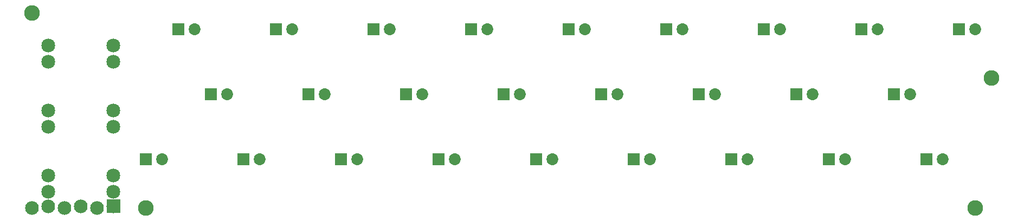
<source format=gts>
G04 MADE WITH FRITZING*
G04 WWW.FRITZING.ORG*
G04 DOUBLE SIDED*
G04 HOLES PLATED*
G04 CONTOUR ON CENTER OF CONTOUR VECTOR*
%ASAXBY*%
%FSLAX23Y23*%
%MOIN*%
%OFA0B0*%
%SFA1.0B1.0*%
%ADD10C,0.084000*%
%ADD11C,0.072992*%
%ADD12C,0.085000*%
%ADD13C,0.096614*%
%ADD14R,0.072992X0.072992*%
%ADD15R,0.001000X0.001000*%
%LNMASK1*%
G90*
G70*
G54D10*
X577Y83D03*
X477Y73D03*
X377Y83D03*
X277Y73D03*
X177Y83D03*
X77Y73D03*
X577Y83D03*
X477Y73D03*
X377Y83D03*
X277Y73D03*
X177Y83D03*
X77Y73D03*
X577Y83D03*
X477Y73D03*
X377Y83D03*
X277Y73D03*
X177Y83D03*
X77Y73D03*
G54D11*
X5777Y1173D03*
X5876Y1173D03*
X5777Y1173D03*
X5876Y1173D03*
X5577Y373D03*
X5676Y373D03*
X5577Y373D03*
X5676Y373D03*
X5377Y773D03*
X5476Y773D03*
X5377Y773D03*
X5476Y773D03*
X5177Y1173D03*
X5276Y1173D03*
X5177Y1173D03*
X5276Y1173D03*
X4977Y373D03*
X5076Y373D03*
X4977Y373D03*
X5076Y373D03*
X4777Y773D03*
X4876Y773D03*
X4777Y773D03*
X4876Y773D03*
X4577Y1173D03*
X4676Y1173D03*
X4577Y1173D03*
X4676Y1173D03*
X4377Y373D03*
X4476Y373D03*
X4377Y373D03*
X4476Y373D03*
X4177Y773D03*
X4276Y773D03*
X4177Y773D03*
X4276Y773D03*
X3977Y1173D03*
X4076Y1173D03*
X3977Y1173D03*
X4076Y1173D03*
X3777Y373D03*
X3876Y373D03*
X3777Y373D03*
X3876Y373D03*
X3577Y773D03*
X3676Y773D03*
X3577Y773D03*
X3676Y773D03*
X3377Y1173D03*
X3476Y1173D03*
X3377Y1173D03*
X3476Y1173D03*
X3177Y373D03*
X3276Y373D03*
X3177Y373D03*
X3276Y373D03*
X2977Y773D03*
X3076Y773D03*
X2977Y773D03*
X3076Y773D03*
X2777Y1173D03*
X2876Y1173D03*
X2777Y1173D03*
X2876Y1173D03*
X2577Y373D03*
X2676Y373D03*
X2577Y373D03*
X2676Y373D03*
X2377Y773D03*
X2476Y773D03*
X2377Y773D03*
X2476Y773D03*
X2177Y1173D03*
X2276Y1173D03*
X2177Y1173D03*
X2276Y1173D03*
X1977Y373D03*
X2076Y373D03*
X1977Y373D03*
X2076Y373D03*
X1777Y773D03*
X1876Y773D03*
X1777Y773D03*
X1876Y773D03*
X1577Y1173D03*
X1676Y1173D03*
X1577Y1173D03*
X1676Y1173D03*
X1377Y373D03*
X1476Y373D03*
X1377Y373D03*
X1476Y373D03*
X1177Y773D03*
X1276Y773D03*
X1177Y773D03*
X1276Y773D03*
X977Y1173D03*
X1076Y1173D03*
X977Y1173D03*
X1076Y1173D03*
X777Y373D03*
X876Y373D03*
X777Y373D03*
X876Y373D03*
G54D12*
X177Y173D03*
X577Y173D03*
X177Y173D03*
X577Y173D03*
X177Y273D03*
X577Y273D03*
X177Y273D03*
X577Y273D03*
X177Y573D03*
X577Y573D03*
X177Y573D03*
X577Y573D03*
X177Y673D03*
X577Y673D03*
X177Y673D03*
X577Y673D03*
X177Y973D03*
X577Y973D03*
X177Y973D03*
X577Y973D03*
X177Y1073D03*
X577Y1073D03*
X177Y1073D03*
X577Y1073D03*
G54D13*
X5977Y873D03*
X5877Y73D03*
X77Y1273D03*
X777Y73D03*
G54D14*
X5777Y1173D03*
X5777Y1173D03*
X5577Y373D03*
X5577Y373D03*
X5377Y773D03*
X5377Y773D03*
X5177Y1173D03*
X5177Y1173D03*
X4977Y373D03*
X4977Y373D03*
X4777Y773D03*
X4777Y773D03*
X4577Y1173D03*
X4577Y1173D03*
X4377Y373D03*
X4377Y373D03*
X4177Y773D03*
X4177Y773D03*
X3977Y1173D03*
X3977Y1173D03*
X3777Y373D03*
X3777Y373D03*
X3577Y773D03*
X3577Y773D03*
X3377Y1173D03*
X3377Y1173D03*
X3177Y373D03*
X3177Y373D03*
X2977Y773D03*
X2977Y773D03*
X2777Y1173D03*
X2777Y1173D03*
X2577Y373D03*
X2577Y373D03*
X2377Y773D03*
X2377Y773D03*
X2177Y1173D03*
X2177Y1173D03*
X1977Y373D03*
X1977Y373D03*
X1777Y773D03*
X1777Y773D03*
X1577Y1173D03*
X1577Y1173D03*
X1377Y373D03*
X1377Y373D03*
X1177Y773D03*
X1177Y773D03*
X977Y1173D03*
X977Y1173D03*
X777Y373D03*
X777Y373D03*
G54D15*
X536Y125D02*
X618Y125D01*
X535Y124D02*
X618Y124D01*
X535Y123D02*
X618Y123D01*
X535Y122D02*
X618Y122D01*
X535Y121D02*
X618Y121D01*
X535Y120D02*
X618Y120D01*
X535Y119D02*
X618Y119D01*
X535Y118D02*
X618Y118D01*
X535Y117D02*
X618Y117D01*
X535Y116D02*
X618Y116D01*
X535Y115D02*
X618Y115D01*
X535Y114D02*
X618Y114D01*
X535Y113D02*
X618Y113D01*
X535Y112D02*
X618Y112D01*
X535Y111D02*
X618Y111D01*
X535Y110D02*
X618Y110D01*
X535Y109D02*
X618Y109D01*
X535Y108D02*
X618Y108D01*
X535Y107D02*
X618Y107D01*
X535Y106D02*
X618Y106D01*
X535Y105D02*
X618Y105D01*
X535Y104D02*
X618Y104D01*
X535Y103D02*
X618Y103D01*
X535Y102D02*
X618Y102D01*
X535Y101D02*
X618Y101D01*
X535Y100D02*
X618Y100D01*
X535Y99D02*
X618Y99D01*
X535Y98D02*
X574Y98D01*
X580Y98D02*
X618Y98D01*
X535Y97D02*
X570Y97D01*
X584Y97D02*
X618Y97D01*
X535Y96D02*
X569Y96D01*
X585Y96D02*
X618Y96D01*
X535Y95D02*
X567Y95D01*
X587Y95D02*
X618Y95D01*
X535Y94D02*
X566Y94D01*
X588Y94D02*
X618Y94D01*
X535Y93D02*
X565Y93D01*
X589Y93D02*
X618Y93D01*
X535Y92D02*
X564Y92D01*
X590Y92D02*
X618Y92D01*
X535Y91D02*
X564Y91D01*
X590Y91D02*
X618Y91D01*
X535Y90D02*
X563Y90D01*
X591Y90D02*
X618Y90D01*
X535Y89D02*
X563Y89D01*
X591Y89D02*
X618Y89D01*
X535Y88D02*
X562Y88D01*
X592Y88D02*
X618Y88D01*
X535Y87D02*
X562Y87D01*
X592Y87D02*
X618Y87D01*
X535Y86D02*
X562Y86D01*
X592Y86D02*
X618Y86D01*
X535Y85D02*
X562Y85D01*
X592Y85D02*
X618Y85D01*
X535Y84D02*
X562Y84D01*
X592Y84D02*
X618Y84D01*
X535Y83D02*
X561Y83D01*
X592Y83D02*
X618Y83D01*
X535Y82D02*
X562Y82D01*
X592Y82D02*
X618Y82D01*
X535Y81D02*
X562Y81D01*
X592Y81D02*
X618Y81D01*
X535Y80D02*
X562Y80D01*
X592Y80D02*
X618Y80D01*
X535Y79D02*
X562Y79D01*
X592Y79D02*
X618Y79D01*
X535Y78D02*
X562Y78D01*
X592Y78D02*
X618Y78D01*
X535Y77D02*
X563Y77D01*
X591Y77D02*
X618Y77D01*
X535Y76D02*
X563Y76D01*
X591Y76D02*
X618Y76D01*
X535Y75D02*
X564Y75D01*
X590Y75D02*
X618Y75D01*
X535Y74D02*
X565Y74D01*
X589Y74D02*
X618Y74D01*
X535Y73D02*
X566Y73D01*
X588Y73D02*
X618Y73D01*
X535Y72D02*
X567Y72D01*
X587Y72D02*
X618Y72D01*
X535Y71D02*
X568Y71D01*
X586Y71D02*
X618Y71D01*
X535Y70D02*
X569Y70D01*
X585Y70D02*
X618Y70D01*
X535Y69D02*
X572Y69D01*
X582Y69D02*
X618Y69D01*
X535Y68D02*
X618Y68D01*
X535Y67D02*
X618Y67D01*
X535Y66D02*
X618Y66D01*
X535Y65D02*
X618Y65D01*
X535Y64D02*
X618Y64D01*
X535Y63D02*
X618Y63D01*
X535Y62D02*
X618Y62D01*
X535Y61D02*
X618Y61D01*
X535Y60D02*
X618Y60D01*
X535Y59D02*
X618Y59D01*
X535Y58D02*
X618Y58D01*
X535Y57D02*
X618Y57D01*
X535Y56D02*
X618Y56D01*
X535Y55D02*
X618Y55D01*
X535Y54D02*
X618Y54D01*
X535Y53D02*
X618Y53D01*
X535Y52D02*
X618Y52D01*
X535Y51D02*
X618Y51D01*
X535Y50D02*
X618Y50D01*
X535Y49D02*
X618Y49D01*
X535Y48D02*
X618Y48D01*
X535Y47D02*
X618Y47D01*
X535Y46D02*
X618Y46D01*
X535Y45D02*
X618Y45D01*
X535Y44D02*
X618Y44D01*
X535Y43D02*
X618Y43D01*
X535Y42D02*
X618Y42D01*
D02*
G04 End of Mask1*
M02*
</source>
